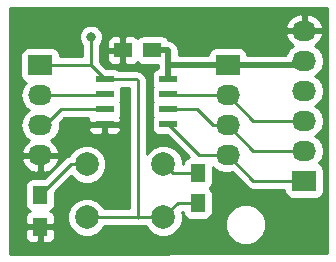
<source format=gtl>
G04 #@! TF.GenerationSoftware,KiCad,Pcbnew,no-vcs-found-7545~57~ubuntu16.04.1*
G04 #@! TF.CreationDate,2017-01-29T23:55:35+05:30*
G04 #@! TF.ProjectId,attiny13a,617474696E793133612E6B696361645F,0.1*
G04 #@! TF.FileFunction,Copper,L1,Top,Signal*
G04 #@! TF.FilePolarity,Positive*
%FSLAX46Y46*%
G04 Gerber Fmt 4.6, Leading zero omitted, Abs format (unit mm)*
G04 Created by KiCad (PCBNEW no-vcs-found-7545~57~ubuntu16.04.1) date Sun Jan 29 23:55:35 2017*
%MOMM*%
%LPD*%
G01*
G04 APERTURE LIST*
%ADD10C,0.100000*%
%ADD11C,2.000000*%
%ADD12R,1.550000X0.600000*%
%ADD13R,1.500000X1.250000*%
%ADD14O,2.032000X1.727200*%
%ADD15R,2.032000X1.727200*%
%ADD16R,1.300000X1.500000*%
%ADD17R,1.250000X1.500000*%
%ADD18C,0.800000*%
%ADD19C,0.500000*%
%ADD20C,0.250000*%
%ADD21C,0.254000*%
G04 APERTURE END LIST*
D10*
D11*
X126873000Y-102036000D03*
X126873000Y-97536000D03*
X133373000Y-102036000D03*
X133373000Y-97536000D03*
D12*
X133798143Y-90338500D03*
X133798143Y-91608500D03*
X133798143Y-92878500D03*
X133798143Y-94148500D03*
X128398143Y-94148500D03*
X128398143Y-92878500D03*
X128398143Y-91608500D03*
X128398143Y-90338500D03*
D13*
X129941000Y-87884000D03*
X132441000Y-87884000D03*
D14*
X138811000Y-96774000D03*
X138811000Y-94234000D03*
X138811000Y-91694000D03*
D15*
X138811000Y-89154000D03*
X122936000Y-89154000D03*
D14*
X122936000Y-91694000D03*
X122936000Y-94234000D03*
X122936000Y-96774000D03*
X145288000Y-86233000D03*
X145288000Y-88773000D03*
X145288000Y-91313000D03*
X145288000Y-93853000D03*
X145288000Y-96393000D03*
D15*
X145288000Y-98933000D03*
D16*
X122936000Y-100123000D03*
X122936000Y-102823000D03*
D17*
X136271000Y-100818000D03*
X136271000Y-98318000D03*
D18*
X127254000Y-86741000D03*
D19*
X133798143Y-89213857D02*
X133798143Y-87943857D01*
X133798143Y-87943857D02*
X133738286Y-87884000D01*
X133738286Y-87884000D02*
X132441000Y-87884000D01*
X138811000Y-89154000D02*
X144907000Y-89154000D01*
D20*
X144907000Y-89154000D02*
X145288000Y-88773000D01*
X138811000Y-89154000D02*
X144272000Y-89154000D01*
D19*
X138811000Y-89154000D02*
X133858000Y-89154000D01*
X133858000Y-89154000D02*
X133798143Y-89213857D01*
X133798143Y-89213857D02*
X133798143Y-90338500D01*
D20*
X145288000Y-98933000D02*
X140970000Y-98933000D01*
X140970000Y-98933000D02*
X138811000Y-96774000D01*
X138811000Y-96774000D02*
X136423643Y-96774000D01*
X136423643Y-96774000D02*
X133798143Y-94148500D01*
X145288000Y-96393000D02*
X140970000Y-96393000D01*
X140970000Y-96393000D02*
X138811000Y-94234000D01*
X138811000Y-94234000D02*
X137541000Y-94234000D01*
X136185500Y-92878500D02*
X133798143Y-92878500D01*
X137541000Y-94234000D02*
X136185500Y-92878500D01*
X145288000Y-93853000D02*
X140970000Y-93853000D01*
X140970000Y-93853000D02*
X138811000Y-91694000D01*
X138811000Y-91694000D02*
X133883643Y-91694000D01*
X133883643Y-91694000D02*
X133798143Y-91608500D01*
X127213643Y-86781357D02*
X127213643Y-89154000D01*
X127254000Y-86741000D02*
X127213643Y-86781357D01*
X126873000Y-102036000D02*
X131199500Y-102036000D01*
X131199500Y-102036000D02*
X131318000Y-101917500D01*
X131318000Y-101917500D02*
X131318000Y-102036000D01*
X128398143Y-90338500D02*
X131086000Y-90338500D01*
X131086000Y-90338500D02*
X131191000Y-90443500D01*
X131191000Y-90443500D02*
X131191000Y-102044500D01*
X131191000Y-102044500D02*
X131199500Y-102036000D01*
X131199500Y-102036000D02*
X131318000Y-102036000D01*
X131318000Y-102036000D02*
X133373000Y-102036000D01*
X126873000Y-102036000D02*
X126873000Y-101600000D01*
X136271000Y-100818000D02*
X134591000Y-100818000D01*
X134591000Y-100818000D02*
X133373000Y-102036000D01*
X122936000Y-89154000D02*
X127213643Y-89154000D01*
X127213643Y-89154000D02*
X128398143Y-90338500D01*
X122936000Y-91694000D02*
X128312643Y-91694000D01*
X128312643Y-91694000D02*
X128398143Y-91608500D01*
X122936000Y-94234000D02*
X123317000Y-94234000D01*
X123317000Y-94234000D02*
X124672500Y-92878500D01*
X124672500Y-92878500D02*
X128398143Y-92878500D01*
X136271000Y-98318000D02*
X134155000Y-98318000D01*
X134155000Y-98318000D02*
X133373000Y-97536000D01*
X126873000Y-97536000D02*
X125523000Y-97536000D01*
X125523000Y-97536000D02*
X122936000Y-100123000D01*
D21*
G36*
X147193000Y-105029592D02*
X120344000Y-105155055D01*
X120344000Y-103108750D01*
X121651000Y-103108750D01*
X121651000Y-103699309D01*
X121747673Y-103932698D01*
X121926301Y-104111327D01*
X122159690Y-104208000D01*
X122650250Y-104208000D01*
X122809000Y-104049250D01*
X122809000Y-102950000D01*
X123063000Y-102950000D01*
X123063000Y-104049250D01*
X123221750Y-104208000D01*
X123712310Y-104208000D01*
X123945699Y-104111327D01*
X124124327Y-103932698D01*
X124221000Y-103699309D01*
X124221000Y-103108750D01*
X124062250Y-102950000D01*
X123063000Y-102950000D01*
X122809000Y-102950000D01*
X121809750Y-102950000D01*
X121651000Y-103108750D01*
X120344000Y-103108750D01*
X120344000Y-99373000D01*
X121638560Y-99373000D01*
X121638560Y-100873000D01*
X121687843Y-101120765D01*
X121828191Y-101330809D01*
X122038235Y-101471157D01*
X122066209Y-101476721D01*
X121926301Y-101534673D01*
X121747673Y-101713302D01*
X121651000Y-101946691D01*
X121651000Y-102537250D01*
X121809750Y-102696000D01*
X122809000Y-102696000D01*
X122809000Y-102676000D01*
X123063000Y-102676000D01*
X123063000Y-102696000D01*
X124062250Y-102696000D01*
X124221000Y-102537250D01*
X124221000Y-101946691D01*
X124124327Y-101713302D01*
X123945699Y-101534673D01*
X123805791Y-101476721D01*
X123833765Y-101471157D01*
X124043809Y-101330809D01*
X124184157Y-101120765D01*
X124233440Y-100873000D01*
X124233440Y-99900362D01*
X125579401Y-98554401D01*
X125945637Y-98921278D01*
X126546352Y-99170716D01*
X127196795Y-99171284D01*
X127797943Y-98922894D01*
X128258278Y-98463363D01*
X128507716Y-97862648D01*
X128508284Y-97212205D01*
X128259894Y-96611057D01*
X127800363Y-96150722D01*
X127199648Y-95901284D01*
X126549205Y-95900716D01*
X125948057Y-96149106D01*
X125487722Y-96608637D01*
X125408794Y-96798717D01*
X125232161Y-96833852D01*
X125232159Y-96833853D01*
X125232160Y-96833853D01*
X124985599Y-96998599D01*
X123258638Y-98725560D01*
X122286000Y-98725560D01*
X122038235Y-98774843D01*
X121828191Y-98915191D01*
X121687843Y-99125235D01*
X121638560Y-99373000D01*
X120344000Y-99373000D01*
X120344000Y-97133026D01*
X121328642Y-97133026D01*
X121331291Y-97148791D01*
X121585268Y-97676036D01*
X122021680Y-98065954D01*
X122574087Y-98259184D01*
X122809000Y-98114924D01*
X122809000Y-96901000D01*
X123063000Y-96901000D01*
X123063000Y-98114924D01*
X123297913Y-98259184D01*
X123850320Y-98065954D01*
X124286732Y-97676036D01*
X124540709Y-97148791D01*
X124543358Y-97133026D01*
X124422217Y-96901000D01*
X123063000Y-96901000D01*
X122809000Y-96901000D01*
X121449783Y-96901000D01*
X121328642Y-97133026D01*
X120344000Y-97133026D01*
X120344000Y-91694000D01*
X121252655Y-91694000D01*
X121366729Y-92267489D01*
X121691585Y-92753670D01*
X122006366Y-92964000D01*
X121691585Y-93174330D01*
X121366729Y-93660511D01*
X121252655Y-94234000D01*
X121366729Y-94807489D01*
X121691585Y-95293670D01*
X122001069Y-95500461D01*
X121585268Y-95871964D01*
X121331291Y-96399209D01*
X121328642Y-96414974D01*
X121449783Y-96647000D01*
X122809000Y-96647000D01*
X122809000Y-96627000D01*
X123063000Y-96627000D01*
X123063000Y-96647000D01*
X124422217Y-96647000D01*
X124543358Y-96414974D01*
X124540709Y-96399209D01*
X124286732Y-95871964D01*
X123870931Y-95500461D01*
X124180415Y-95293670D01*
X124505271Y-94807489D01*
X124579512Y-94434250D01*
X126988143Y-94434250D01*
X126988143Y-94574810D01*
X127084816Y-94808199D01*
X127263445Y-94986827D01*
X127496834Y-95083500D01*
X128112393Y-95083500D01*
X128271143Y-94924750D01*
X128271143Y-94275500D01*
X128525143Y-94275500D01*
X128525143Y-94924750D01*
X128683893Y-95083500D01*
X129299452Y-95083500D01*
X129532841Y-94986827D01*
X129711470Y-94808199D01*
X129808143Y-94574810D01*
X129808143Y-94434250D01*
X129649393Y-94275500D01*
X128525143Y-94275500D01*
X128271143Y-94275500D01*
X127146893Y-94275500D01*
X126988143Y-94434250D01*
X124579512Y-94434250D01*
X124619345Y-94234000D01*
X124581593Y-94044209D01*
X124987302Y-93638500D01*
X127022809Y-93638500D01*
X126988143Y-93722190D01*
X126988143Y-93862750D01*
X127146893Y-94021500D01*
X128271143Y-94021500D01*
X128271143Y-94001500D01*
X128525143Y-94001500D01*
X128525143Y-94021500D01*
X129649393Y-94021500D01*
X129808143Y-93862750D01*
X129808143Y-93722190D01*
X129718375Y-93505472D01*
X129771300Y-93426265D01*
X129820583Y-93178500D01*
X129820583Y-92578500D01*
X129771300Y-92330735D01*
X129713011Y-92243500D01*
X129771300Y-92156265D01*
X129820583Y-91908500D01*
X129820583Y-91308500D01*
X129778812Y-91098500D01*
X130431000Y-91098500D01*
X130431000Y-101276000D01*
X128328047Y-101276000D01*
X128259894Y-101111057D01*
X127800363Y-100650722D01*
X127199648Y-100401284D01*
X126549205Y-100400716D01*
X125948057Y-100649106D01*
X125487722Y-101108637D01*
X125238284Y-101709352D01*
X125237716Y-102359795D01*
X125486106Y-102960943D01*
X125945637Y-103421278D01*
X126546352Y-103670716D01*
X127196795Y-103671284D01*
X127797943Y-103422894D01*
X128258278Y-102963363D01*
X128327773Y-102796000D01*
X131148268Y-102796000D01*
X131191000Y-102804500D01*
X131233732Y-102796000D01*
X131917953Y-102796000D01*
X131986106Y-102960943D01*
X132445637Y-103421278D01*
X133046352Y-103670716D01*
X133696795Y-103671284D01*
X134297943Y-103422894D01*
X134758278Y-102963363D01*
X134759840Y-102959599D01*
X138599699Y-102959599D01*
X138863281Y-103597515D01*
X139350918Y-104086004D01*
X139988373Y-104350699D01*
X140678599Y-104351301D01*
X141316515Y-104087719D01*
X141805004Y-103600082D01*
X142069699Y-102962627D01*
X142070301Y-102272401D01*
X141806719Y-101634485D01*
X141319082Y-101145996D01*
X140681627Y-100881301D01*
X139991401Y-100880699D01*
X139353485Y-101144281D01*
X138864996Y-101631918D01*
X138600301Y-102269373D01*
X138599699Y-102959599D01*
X134759840Y-102959599D01*
X135007716Y-102362648D01*
X135008284Y-101712205D01*
X134952831Y-101578000D01*
X135000549Y-101578000D01*
X135047843Y-101815765D01*
X135188191Y-102025809D01*
X135398235Y-102166157D01*
X135646000Y-102215440D01*
X136896000Y-102215440D01*
X137143765Y-102166157D01*
X137353809Y-102025809D01*
X137494157Y-101815765D01*
X137543440Y-101568000D01*
X137543440Y-100068000D01*
X137494157Y-99820235D01*
X137353809Y-99610191D01*
X137290666Y-99568000D01*
X137353809Y-99525809D01*
X137494157Y-99315765D01*
X137543440Y-99068000D01*
X137543440Y-97799031D01*
X137566585Y-97833670D01*
X138052766Y-98158526D01*
X138626255Y-98272600D01*
X138995745Y-98272600D01*
X139195137Y-98232939D01*
X140432599Y-99470401D01*
X140679161Y-99635148D01*
X140970000Y-99693000D01*
X143624560Y-99693000D01*
X143624560Y-99796600D01*
X143673843Y-100044365D01*
X143814191Y-100254409D01*
X144024235Y-100394757D01*
X144272000Y-100444040D01*
X146304000Y-100444040D01*
X146551765Y-100394757D01*
X146761809Y-100254409D01*
X146902157Y-100044365D01*
X146951440Y-99796600D01*
X146951440Y-98069400D01*
X146902157Y-97821635D01*
X146761809Y-97611591D01*
X146551765Y-97471243D01*
X146515434Y-97464016D01*
X146532415Y-97452670D01*
X146857271Y-96966489D01*
X146971345Y-96393000D01*
X146857271Y-95819511D01*
X146532415Y-95333330D01*
X146217634Y-95123000D01*
X146532415Y-94912670D01*
X146857271Y-94426489D01*
X146971345Y-93853000D01*
X146857271Y-93279511D01*
X146532415Y-92793330D01*
X146217634Y-92583000D01*
X146532415Y-92372670D01*
X146857271Y-91886489D01*
X146971345Y-91313000D01*
X146857271Y-90739511D01*
X146532415Y-90253330D01*
X146217634Y-90043000D01*
X146532415Y-89832670D01*
X146857271Y-89346489D01*
X146971345Y-88773000D01*
X146857271Y-88199511D01*
X146532415Y-87713330D01*
X146222931Y-87506539D01*
X146638732Y-87135036D01*
X146892709Y-86607791D01*
X146895358Y-86592026D01*
X146774217Y-86360000D01*
X145415000Y-86360000D01*
X145415000Y-86380000D01*
X145161000Y-86380000D01*
X145161000Y-86360000D01*
X143801783Y-86360000D01*
X143680642Y-86592026D01*
X143683291Y-86607791D01*
X143937268Y-87135036D01*
X144353069Y-87506539D01*
X144043585Y-87713330D01*
X143718729Y-88199511D01*
X143704907Y-88269000D01*
X140470183Y-88269000D01*
X140425157Y-88042635D01*
X140284809Y-87832591D01*
X140074765Y-87692243D01*
X139827000Y-87642960D01*
X137795000Y-87642960D01*
X137547235Y-87692243D01*
X137337191Y-87832591D01*
X137196843Y-88042635D01*
X137151817Y-88269000D01*
X134683143Y-88269000D01*
X134683143Y-87943862D01*
X134683144Y-87943857D01*
X134615777Y-87605183D01*
X134470977Y-87388474D01*
X134423933Y-87318067D01*
X134423930Y-87318065D01*
X134364076Y-87258210D01*
X134076961Y-87066367D01*
X134020770Y-87055190D01*
X133787526Y-87008794D01*
X133648809Y-86801191D01*
X133438765Y-86660843D01*
X133191000Y-86611560D01*
X131691000Y-86611560D01*
X131443235Y-86660843D01*
X131233191Y-86801191D01*
X131192346Y-86862320D01*
X131050698Y-86720673D01*
X130817309Y-86624000D01*
X130226750Y-86624000D01*
X130068000Y-86782750D01*
X130068000Y-87757000D01*
X130088000Y-87757000D01*
X130088000Y-88011000D01*
X130068000Y-88011000D01*
X130068000Y-88985250D01*
X130226750Y-89144000D01*
X130817309Y-89144000D01*
X131050698Y-89047327D01*
X131192346Y-88905680D01*
X131233191Y-88966809D01*
X131443235Y-89107157D01*
X131691000Y-89156440D01*
X132913143Y-89156440D01*
X132913143Y-89213852D01*
X132913142Y-89213857D01*
X132913143Y-89213862D01*
X132913143Y-89412940D01*
X132775378Y-89440343D01*
X132565334Y-89580691D01*
X132424986Y-89790735D01*
X132375703Y-90038500D01*
X132375703Y-90638500D01*
X132424986Y-90886265D01*
X132483275Y-90973500D01*
X132424986Y-91060735D01*
X132375703Y-91308500D01*
X132375703Y-91908500D01*
X132424986Y-92156265D01*
X132483275Y-92243500D01*
X132424986Y-92330735D01*
X132375703Y-92578500D01*
X132375703Y-93178500D01*
X132424986Y-93426265D01*
X132483275Y-93513500D01*
X132424986Y-93600735D01*
X132375703Y-93848500D01*
X132375703Y-94448500D01*
X132424986Y-94696265D01*
X132565334Y-94906309D01*
X132775378Y-95046657D01*
X133023143Y-95095940D01*
X133670781Y-95095940D01*
X135520387Y-96945546D01*
X135398235Y-96969843D01*
X135188191Y-97110191D01*
X135047843Y-97320235D01*
X135008015Y-97520467D01*
X135008284Y-97212205D01*
X134759894Y-96611057D01*
X134300363Y-96150722D01*
X133699648Y-95901284D01*
X133049205Y-95900716D01*
X132448057Y-96149106D01*
X131987722Y-96608637D01*
X131951000Y-96697074D01*
X131951000Y-90443500D01*
X131893148Y-90152661D01*
X131893148Y-90152660D01*
X131728401Y-89906099D01*
X131623401Y-89801099D01*
X131376839Y-89636352D01*
X131086000Y-89578500D01*
X129627673Y-89578500D01*
X129420908Y-89440343D01*
X129173143Y-89391060D01*
X128525505Y-89391060D01*
X127973643Y-88839198D01*
X127973643Y-88169750D01*
X128556000Y-88169750D01*
X128556000Y-88635310D01*
X128652673Y-88868699D01*
X128831302Y-89047327D01*
X129064691Y-89144000D01*
X129655250Y-89144000D01*
X129814000Y-88985250D01*
X129814000Y-88011000D01*
X128714750Y-88011000D01*
X128556000Y-88169750D01*
X127973643Y-88169750D01*
X127973643Y-87485048D01*
X128130919Y-87328046D01*
X128212037Y-87132690D01*
X128556000Y-87132690D01*
X128556000Y-87598250D01*
X128714750Y-87757000D01*
X129814000Y-87757000D01*
X129814000Y-86782750D01*
X129655250Y-86624000D01*
X129064691Y-86624000D01*
X128831302Y-86720673D01*
X128652673Y-86899301D01*
X128556000Y-87132690D01*
X128212037Y-87132690D01*
X128288820Y-86947777D01*
X128289179Y-86536029D01*
X128131942Y-86155485D01*
X127850922Y-85873974D01*
X143680642Y-85873974D01*
X143801783Y-86106000D01*
X145161000Y-86106000D01*
X145161000Y-84892076D01*
X145415000Y-84892076D01*
X145415000Y-86106000D01*
X146774217Y-86106000D01*
X146895358Y-85873974D01*
X146892709Y-85858209D01*
X146638732Y-85330964D01*
X146202320Y-84941046D01*
X145649913Y-84747816D01*
X145415000Y-84892076D01*
X145161000Y-84892076D01*
X144926087Y-84747816D01*
X144373680Y-84941046D01*
X143937268Y-85330964D01*
X143683291Y-85858209D01*
X143680642Y-85873974D01*
X127850922Y-85873974D01*
X127841046Y-85864081D01*
X127460777Y-85706180D01*
X127049029Y-85705821D01*
X126668485Y-85863058D01*
X126377081Y-86153954D01*
X126219180Y-86534223D01*
X126218821Y-86945971D01*
X126376058Y-87326515D01*
X126453643Y-87404235D01*
X126453643Y-88394000D01*
X124599440Y-88394000D01*
X124599440Y-88290400D01*
X124550157Y-88042635D01*
X124409809Y-87832591D01*
X124199765Y-87692243D01*
X123952000Y-87642960D01*
X121920000Y-87642960D01*
X121672235Y-87692243D01*
X121462191Y-87832591D01*
X121321843Y-88042635D01*
X121272560Y-88290400D01*
X121272560Y-90017600D01*
X121321843Y-90265365D01*
X121462191Y-90475409D01*
X121672235Y-90615757D01*
X121708566Y-90622984D01*
X121691585Y-90634330D01*
X121366729Y-91120511D01*
X121252655Y-91694000D01*
X120344000Y-91694000D01*
X120344000Y-84276000D01*
X147193000Y-84276000D01*
X147193000Y-105029592D01*
X147193000Y-105029592D01*
G37*
X147193000Y-105029592D02*
X120344000Y-105155055D01*
X120344000Y-103108750D01*
X121651000Y-103108750D01*
X121651000Y-103699309D01*
X121747673Y-103932698D01*
X121926301Y-104111327D01*
X122159690Y-104208000D01*
X122650250Y-104208000D01*
X122809000Y-104049250D01*
X122809000Y-102950000D01*
X123063000Y-102950000D01*
X123063000Y-104049250D01*
X123221750Y-104208000D01*
X123712310Y-104208000D01*
X123945699Y-104111327D01*
X124124327Y-103932698D01*
X124221000Y-103699309D01*
X124221000Y-103108750D01*
X124062250Y-102950000D01*
X123063000Y-102950000D01*
X122809000Y-102950000D01*
X121809750Y-102950000D01*
X121651000Y-103108750D01*
X120344000Y-103108750D01*
X120344000Y-99373000D01*
X121638560Y-99373000D01*
X121638560Y-100873000D01*
X121687843Y-101120765D01*
X121828191Y-101330809D01*
X122038235Y-101471157D01*
X122066209Y-101476721D01*
X121926301Y-101534673D01*
X121747673Y-101713302D01*
X121651000Y-101946691D01*
X121651000Y-102537250D01*
X121809750Y-102696000D01*
X122809000Y-102696000D01*
X122809000Y-102676000D01*
X123063000Y-102676000D01*
X123063000Y-102696000D01*
X124062250Y-102696000D01*
X124221000Y-102537250D01*
X124221000Y-101946691D01*
X124124327Y-101713302D01*
X123945699Y-101534673D01*
X123805791Y-101476721D01*
X123833765Y-101471157D01*
X124043809Y-101330809D01*
X124184157Y-101120765D01*
X124233440Y-100873000D01*
X124233440Y-99900362D01*
X125579401Y-98554401D01*
X125945637Y-98921278D01*
X126546352Y-99170716D01*
X127196795Y-99171284D01*
X127797943Y-98922894D01*
X128258278Y-98463363D01*
X128507716Y-97862648D01*
X128508284Y-97212205D01*
X128259894Y-96611057D01*
X127800363Y-96150722D01*
X127199648Y-95901284D01*
X126549205Y-95900716D01*
X125948057Y-96149106D01*
X125487722Y-96608637D01*
X125408794Y-96798717D01*
X125232161Y-96833852D01*
X125232159Y-96833853D01*
X125232160Y-96833853D01*
X124985599Y-96998599D01*
X123258638Y-98725560D01*
X122286000Y-98725560D01*
X122038235Y-98774843D01*
X121828191Y-98915191D01*
X121687843Y-99125235D01*
X121638560Y-99373000D01*
X120344000Y-99373000D01*
X120344000Y-97133026D01*
X121328642Y-97133026D01*
X121331291Y-97148791D01*
X121585268Y-97676036D01*
X122021680Y-98065954D01*
X122574087Y-98259184D01*
X122809000Y-98114924D01*
X122809000Y-96901000D01*
X123063000Y-96901000D01*
X123063000Y-98114924D01*
X123297913Y-98259184D01*
X123850320Y-98065954D01*
X124286732Y-97676036D01*
X124540709Y-97148791D01*
X124543358Y-97133026D01*
X124422217Y-96901000D01*
X123063000Y-96901000D01*
X122809000Y-96901000D01*
X121449783Y-96901000D01*
X121328642Y-97133026D01*
X120344000Y-97133026D01*
X120344000Y-91694000D01*
X121252655Y-91694000D01*
X121366729Y-92267489D01*
X121691585Y-92753670D01*
X122006366Y-92964000D01*
X121691585Y-93174330D01*
X121366729Y-93660511D01*
X121252655Y-94234000D01*
X121366729Y-94807489D01*
X121691585Y-95293670D01*
X122001069Y-95500461D01*
X121585268Y-95871964D01*
X121331291Y-96399209D01*
X121328642Y-96414974D01*
X121449783Y-96647000D01*
X122809000Y-96647000D01*
X122809000Y-96627000D01*
X123063000Y-96627000D01*
X123063000Y-96647000D01*
X124422217Y-96647000D01*
X124543358Y-96414974D01*
X124540709Y-96399209D01*
X124286732Y-95871964D01*
X123870931Y-95500461D01*
X124180415Y-95293670D01*
X124505271Y-94807489D01*
X124579512Y-94434250D01*
X126988143Y-94434250D01*
X126988143Y-94574810D01*
X127084816Y-94808199D01*
X127263445Y-94986827D01*
X127496834Y-95083500D01*
X128112393Y-95083500D01*
X128271143Y-94924750D01*
X128271143Y-94275500D01*
X128525143Y-94275500D01*
X128525143Y-94924750D01*
X128683893Y-95083500D01*
X129299452Y-95083500D01*
X129532841Y-94986827D01*
X129711470Y-94808199D01*
X129808143Y-94574810D01*
X129808143Y-94434250D01*
X129649393Y-94275500D01*
X128525143Y-94275500D01*
X128271143Y-94275500D01*
X127146893Y-94275500D01*
X126988143Y-94434250D01*
X124579512Y-94434250D01*
X124619345Y-94234000D01*
X124581593Y-94044209D01*
X124987302Y-93638500D01*
X127022809Y-93638500D01*
X126988143Y-93722190D01*
X126988143Y-93862750D01*
X127146893Y-94021500D01*
X128271143Y-94021500D01*
X128271143Y-94001500D01*
X128525143Y-94001500D01*
X128525143Y-94021500D01*
X129649393Y-94021500D01*
X129808143Y-93862750D01*
X129808143Y-93722190D01*
X129718375Y-93505472D01*
X129771300Y-93426265D01*
X129820583Y-93178500D01*
X129820583Y-92578500D01*
X129771300Y-92330735D01*
X129713011Y-92243500D01*
X129771300Y-92156265D01*
X129820583Y-91908500D01*
X129820583Y-91308500D01*
X129778812Y-91098500D01*
X130431000Y-91098500D01*
X130431000Y-101276000D01*
X128328047Y-101276000D01*
X128259894Y-101111057D01*
X127800363Y-100650722D01*
X127199648Y-100401284D01*
X126549205Y-100400716D01*
X125948057Y-100649106D01*
X125487722Y-101108637D01*
X125238284Y-101709352D01*
X125237716Y-102359795D01*
X125486106Y-102960943D01*
X125945637Y-103421278D01*
X126546352Y-103670716D01*
X127196795Y-103671284D01*
X127797943Y-103422894D01*
X128258278Y-102963363D01*
X128327773Y-102796000D01*
X131148268Y-102796000D01*
X131191000Y-102804500D01*
X131233732Y-102796000D01*
X131917953Y-102796000D01*
X131986106Y-102960943D01*
X132445637Y-103421278D01*
X133046352Y-103670716D01*
X133696795Y-103671284D01*
X134297943Y-103422894D01*
X134758278Y-102963363D01*
X134759840Y-102959599D01*
X138599699Y-102959599D01*
X138863281Y-103597515D01*
X139350918Y-104086004D01*
X139988373Y-104350699D01*
X140678599Y-104351301D01*
X141316515Y-104087719D01*
X141805004Y-103600082D01*
X142069699Y-102962627D01*
X142070301Y-102272401D01*
X141806719Y-101634485D01*
X141319082Y-101145996D01*
X140681627Y-100881301D01*
X139991401Y-100880699D01*
X139353485Y-101144281D01*
X138864996Y-101631918D01*
X138600301Y-102269373D01*
X138599699Y-102959599D01*
X134759840Y-102959599D01*
X135007716Y-102362648D01*
X135008284Y-101712205D01*
X134952831Y-101578000D01*
X135000549Y-101578000D01*
X135047843Y-101815765D01*
X135188191Y-102025809D01*
X135398235Y-102166157D01*
X135646000Y-102215440D01*
X136896000Y-102215440D01*
X137143765Y-102166157D01*
X137353809Y-102025809D01*
X137494157Y-101815765D01*
X137543440Y-101568000D01*
X137543440Y-100068000D01*
X137494157Y-99820235D01*
X137353809Y-99610191D01*
X137290666Y-99568000D01*
X137353809Y-99525809D01*
X137494157Y-99315765D01*
X137543440Y-99068000D01*
X137543440Y-97799031D01*
X137566585Y-97833670D01*
X138052766Y-98158526D01*
X138626255Y-98272600D01*
X138995745Y-98272600D01*
X139195137Y-98232939D01*
X140432599Y-99470401D01*
X140679161Y-99635148D01*
X140970000Y-99693000D01*
X143624560Y-99693000D01*
X143624560Y-99796600D01*
X143673843Y-100044365D01*
X143814191Y-100254409D01*
X144024235Y-100394757D01*
X144272000Y-100444040D01*
X146304000Y-100444040D01*
X146551765Y-100394757D01*
X146761809Y-100254409D01*
X146902157Y-100044365D01*
X146951440Y-99796600D01*
X146951440Y-98069400D01*
X146902157Y-97821635D01*
X146761809Y-97611591D01*
X146551765Y-97471243D01*
X146515434Y-97464016D01*
X146532415Y-97452670D01*
X146857271Y-96966489D01*
X146971345Y-96393000D01*
X146857271Y-95819511D01*
X146532415Y-95333330D01*
X146217634Y-95123000D01*
X146532415Y-94912670D01*
X146857271Y-94426489D01*
X146971345Y-93853000D01*
X146857271Y-93279511D01*
X146532415Y-92793330D01*
X146217634Y-92583000D01*
X146532415Y-92372670D01*
X146857271Y-91886489D01*
X146971345Y-91313000D01*
X146857271Y-90739511D01*
X146532415Y-90253330D01*
X146217634Y-90043000D01*
X146532415Y-89832670D01*
X146857271Y-89346489D01*
X146971345Y-88773000D01*
X146857271Y-88199511D01*
X146532415Y-87713330D01*
X146222931Y-87506539D01*
X146638732Y-87135036D01*
X146892709Y-86607791D01*
X146895358Y-86592026D01*
X146774217Y-86360000D01*
X145415000Y-86360000D01*
X145415000Y-86380000D01*
X145161000Y-86380000D01*
X145161000Y-86360000D01*
X143801783Y-86360000D01*
X143680642Y-86592026D01*
X143683291Y-86607791D01*
X143937268Y-87135036D01*
X144353069Y-87506539D01*
X144043585Y-87713330D01*
X143718729Y-88199511D01*
X143704907Y-88269000D01*
X140470183Y-88269000D01*
X140425157Y-88042635D01*
X140284809Y-87832591D01*
X140074765Y-87692243D01*
X139827000Y-87642960D01*
X137795000Y-87642960D01*
X137547235Y-87692243D01*
X137337191Y-87832591D01*
X137196843Y-88042635D01*
X137151817Y-88269000D01*
X134683143Y-88269000D01*
X134683143Y-87943862D01*
X134683144Y-87943857D01*
X134615777Y-87605183D01*
X134470977Y-87388474D01*
X134423933Y-87318067D01*
X134423930Y-87318065D01*
X134364076Y-87258210D01*
X134076961Y-87066367D01*
X134020770Y-87055190D01*
X133787526Y-87008794D01*
X133648809Y-86801191D01*
X133438765Y-86660843D01*
X133191000Y-86611560D01*
X131691000Y-86611560D01*
X131443235Y-86660843D01*
X131233191Y-86801191D01*
X131192346Y-86862320D01*
X131050698Y-86720673D01*
X130817309Y-86624000D01*
X130226750Y-86624000D01*
X130068000Y-86782750D01*
X130068000Y-87757000D01*
X130088000Y-87757000D01*
X130088000Y-88011000D01*
X130068000Y-88011000D01*
X130068000Y-88985250D01*
X130226750Y-89144000D01*
X130817309Y-89144000D01*
X131050698Y-89047327D01*
X131192346Y-88905680D01*
X131233191Y-88966809D01*
X131443235Y-89107157D01*
X131691000Y-89156440D01*
X132913143Y-89156440D01*
X132913143Y-89213852D01*
X132913142Y-89213857D01*
X132913143Y-89213862D01*
X132913143Y-89412940D01*
X132775378Y-89440343D01*
X132565334Y-89580691D01*
X132424986Y-89790735D01*
X132375703Y-90038500D01*
X132375703Y-90638500D01*
X132424986Y-90886265D01*
X132483275Y-90973500D01*
X132424986Y-91060735D01*
X132375703Y-91308500D01*
X132375703Y-91908500D01*
X132424986Y-92156265D01*
X132483275Y-92243500D01*
X132424986Y-92330735D01*
X132375703Y-92578500D01*
X132375703Y-93178500D01*
X132424986Y-93426265D01*
X132483275Y-93513500D01*
X132424986Y-93600735D01*
X132375703Y-93848500D01*
X132375703Y-94448500D01*
X132424986Y-94696265D01*
X132565334Y-94906309D01*
X132775378Y-95046657D01*
X133023143Y-95095940D01*
X133670781Y-95095940D01*
X135520387Y-96945546D01*
X135398235Y-96969843D01*
X135188191Y-97110191D01*
X135047843Y-97320235D01*
X135008015Y-97520467D01*
X135008284Y-97212205D01*
X134759894Y-96611057D01*
X134300363Y-96150722D01*
X133699648Y-95901284D01*
X133049205Y-95900716D01*
X132448057Y-96149106D01*
X131987722Y-96608637D01*
X131951000Y-96697074D01*
X131951000Y-90443500D01*
X131893148Y-90152661D01*
X131893148Y-90152660D01*
X131728401Y-89906099D01*
X131623401Y-89801099D01*
X131376839Y-89636352D01*
X131086000Y-89578500D01*
X129627673Y-89578500D01*
X129420908Y-89440343D01*
X129173143Y-89391060D01*
X128525505Y-89391060D01*
X127973643Y-88839198D01*
X127973643Y-88169750D01*
X128556000Y-88169750D01*
X128556000Y-88635310D01*
X128652673Y-88868699D01*
X128831302Y-89047327D01*
X129064691Y-89144000D01*
X129655250Y-89144000D01*
X129814000Y-88985250D01*
X129814000Y-88011000D01*
X128714750Y-88011000D01*
X128556000Y-88169750D01*
X127973643Y-88169750D01*
X127973643Y-87485048D01*
X128130919Y-87328046D01*
X128212037Y-87132690D01*
X128556000Y-87132690D01*
X128556000Y-87598250D01*
X128714750Y-87757000D01*
X129814000Y-87757000D01*
X129814000Y-86782750D01*
X129655250Y-86624000D01*
X129064691Y-86624000D01*
X128831302Y-86720673D01*
X128652673Y-86899301D01*
X128556000Y-87132690D01*
X128212037Y-87132690D01*
X128288820Y-86947777D01*
X128289179Y-86536029D01*
X128131942Y-86155485D01*
X127850922Y-85873974D01*
X143680642Y-85873974D01*
X143801783Y-86106000D01*
X145161000Y-86106000D01*
X145161000Y-84892076D01*
X145415000Y-84892076D01*
X145415000Y-86106000D01*
X146774217Y-86106000D01*
X146895358Y-85873974D01*
X146892709Y-85858209D01*
X146638732Y-85330964D01*
X146202320Y-84941046D01*
X145649913Y-84747816D01*
X145415000Y-84892076D01*
X145161000Y-84892076D01*
X144926087Y-84747816D01*
X144373680Y-84941046D01*
X143937268Y-85330964D01*
X143683291Y-85858209D01*
X143680642Y-85873974D01*
X127850922Y-85873974D01*
X127841046Y-85864081D01*
X127460777Y-85706180D01*
X127049029Y-85705821D01*
X126668485Y-85863058D01*
X126377081Y-86153954D01*
X126219180Y-86534223D01*
X126218821Y-86945971D01*
X126376058Y-87326515D01*
X126453643Y-87404235D01*
X126453643Y-88394000D01*
X124599440Y-88394000D01*
X124599440Y-88290400D01*
X124550157Y-88042635D01*
X124409809Y-87832591D01*
X124199765Y-87692243D01*
X123952000Y-87642960D01*
X121920000Y-87642960D01*
X121672235Y-87692243D01*
X121462191Y-87832591D01*
X121321843Y-88042635D01*
X121272560Y-88290400D01*
X121272560Y-90017600D01*
X121321843Y-90265365D01*
X121462191Y-90475409D01*
X121672235Y-90615757D01*
X121708566Y-90622984D01*
X121691585Y-90634330D01*
X121366729Y-91120511D01*
X121252655Y-91694000D01*
X120344000Y-91694000D01*
X120344000Y-84276000D01*
X147193000Y-84276000D01*
X147193000Y-105029592D01*
M02*

</source>
